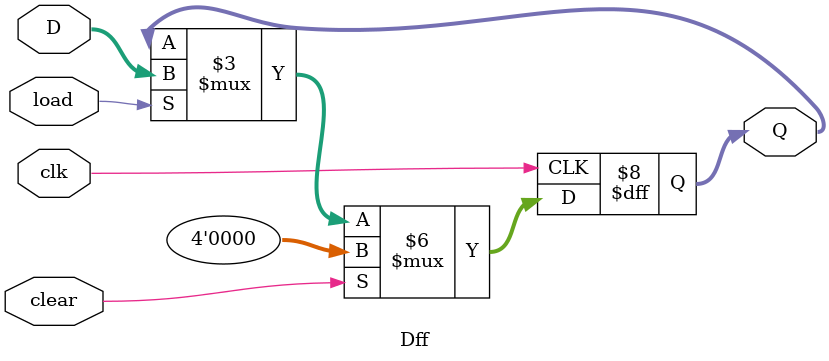
<source format=v>
`timescale 1ns / 1ps
module cpu_test(clk, PD, vga_hsync, vga_vsync,vga_red0, vga_green0, vga_blue0, vga_red1, vga_green1, vga_blue1, vga_out_pixel_clock, vga_out_blank_z, vga_comp_sync);

	 input clk, PD;
    output vga_hsync;
    output vga_vsync;
    output vga_red0;
    output vga_green0;
    output vga_blue0;
    output vga_red1;
    output vga_green1;
    output vga_blue1;
    output vga_out_pixel_clock;
    output vga_out_blank_z;
    output vga_comp_sync;


	 wire [3:0] inst_addr;
	 wire [6:0] instruction;
	 wire [3:0] r1, r2, r3, dp_result;
	 wire dp_comp_out;
	
//wires for display
	wire 	[9:0] YPos;	// [0..479]     
	wire 	[10:0] XPos;	// [0...1287]
	wire 	Valid;
	wire 	vga_hsync_d, vga_hsync_q;
	wire 	vga_vsync_d, vga_vsync_q; 
	wire	[1:0] vga_red_d, vga_red_q;
	wire	[1:0] vga_green_d, vga_green_q;
	wire 	[1:0] vga_blue_d, vga_blue_q;
	// Create composite RGB signal
	wire		[5:0] vga_rgb;
	
	
	assign	vga_red_d = vga_rgb[5:4];
	assign	vga_green_d = vga_rgb[3:2];
	assign	vga_blue_d = vga_rgb[1:0];
	
	
	// Top module of mini CPU
	cpu_top cpu0(
		.clk(clk), 
		.clear(~PD), 
		.inst_addr(inst_addr), 
		.instruction(instruction), 
		.r1(r1), 
		.r2(r2), 
		.r3(r3), 
		.dp_result(dp_result), 
		.dp_comp_out(dp_comp_out));


//=============================================================================
// Display management
//=============================================================================
	// Module producing signals synchronized to the VGA
	sync_gen100 syncVGA(.clk(clk),
					.CounterX(XPos),
					.CounterY(YPos),
           		.Valid(Valid),
					.vga_h_sync(vga_hsync_d),
					.vga_v_sync(vga_vsync_d));
		
 	// Display Driver		
   cpu_vga_driver vga0(
		.clk(clk), 
		.XPos(XPos), 
		.YPos(YPos), 
		.Valid(Valid), 
		.vga_rgb(vga_rgb), 
		.instruction(instruction), 
		.inst_addr(inst_addr), 
		.r1(r1), 
		.r2(r2), 
		.r3(r3),
		.dp_result(dp_result), 
		.comp_result(dp_comp_out));

//=============================================================================
// Connect the latched vga signals to the outputs
//=============================================================================
	assign vga_vsync = vga_vsync_q;
   	assign vga_hsync = vga_hsync_q;
   	assign vga_red1 = vga_red_q[1];
   	assign vga_red0 = vga_red_q[0];
   	assign vga_green1 = vga_green_q[1];
   	assign vga_green0 = vga_green_q[0];
   	assign vga_blue1 = vga_blue_q[1];
   	assign vga_blue0 = vga_blue_q[0];

   	// VGA outputs
   	assign vga_out_pixel_clock = clk; 
   	assign vga_out_blank_z = 1'b1;
   	assign vga_comp_sync = 1'b0;

   	// Output flops;
   	Dff #(1) vga_vsync_reg (.clk(clk), .clear(clear), .load(1'b1), .D(vga_vsync_d), .Q(vga_vsync_q));
  	Dff #(1) vga_hsync_reg (.clk(clk), .clear(clear), .load(1'b1), .D(vga_hsync_d), .Q(vga_hsync_q));
   	Dff #(2) vga_red_reg (.clk(clk), .clear(clear), .load(1'b1), .D(vga_red_d), .Q(vga_red_q));
   	Dff #(2) vga_green_reg (.clk(clk), .clear(clear), .load(1'b1), .D(vga_green_d), .Q(vga_green_q));
   	Dff #(2) vga_blue_reg (.clk(clk), .clear(clear), .load(1'b1), .D(vga_blue_d), .Q(vga_blue_q));  


endmodule

module Dff(clk, clear, load, D, Q);
	parameter w=4;
	input clk;
	input [w-1:0] D;
	input clear;
	input load;
	output [w-1:0] Q;
	
	reg	Q;
	
	always@(posedge clk)begin
	if(clear)
		Q <= 0;
	else if(load)
		Q <= D;
	else
		Q <= Q;
	end
	
endmodule
</source>
